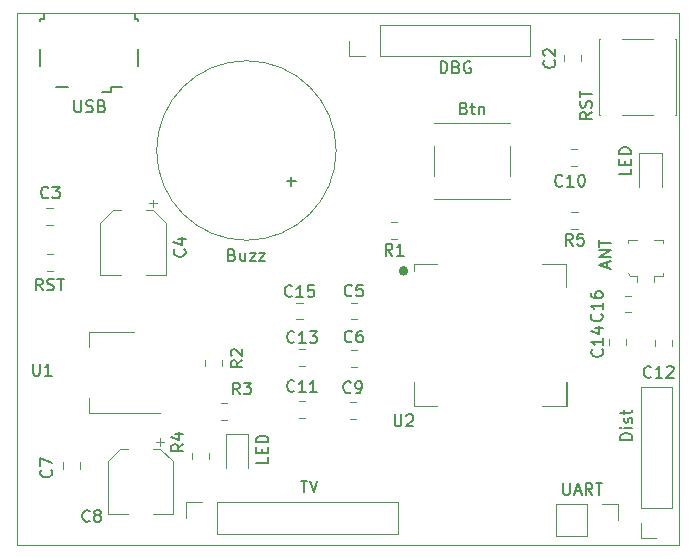
<source format=gbr>
G04 #@! TF.GenerationSoftware,KiCad,Pcbnew,5.1.5-52549c5~84~ubuntu18.04.1*
G04 #@! TF.CreationDate,2020-02-11T14:22:43+01:00*
G04 #@! TF.ProjectId,project,70726f6a-6563-4742-9e6b-696361645f70,rev?*
G04 #@! TF.SameCoordinates,Original*
G04 #@! TF.FileFunction,Legend,Top*
G04 #@! TF.FilePolarity,Positive*
%FSLAX46Y46*%
G04 Gerber Fmt 4.6, Leading zero omitted, Abs format (unit mm)*
G04 Created by KiCad (PCBNEW 5.1.5-52549c5~84~ubuntu18.04.1) date 2020-02-11 14:22:43*
%MOMM*%
%LPD*%
G04 APERTURE LIST*
%ADD10C,0.120000*%
%ADD11C,0.400000*%
%ADD12C,0.150000*%
G04 APERTURE END LIST*
D10*
X44000000Y-35000000D02*
X44000000Y-80000000D01*
X100000000Y-35000000D02*
X44000000Y-35000000D01*
X100000000Y-80000000D02*
X100000000Y-35000000D01*
X44000000Y-80000000D02*
X100000000Y-80000000D01*
D11*
X76900000Y-56800000D02*
G75*
G03X76900000Y-56800000I-200000J0D01*
G01*
D10*
X90550000Y-66200000D02*
X90550000Y-68200000D01*
X90450000Y-66200000D02*
X90450000Y-68200000D01*
X77550000Y-56200000D02*
X79550000Y-56200000D01*
X88450000Y-68200000D02*
X90450000Y-68200000D01*
X77550000Y-68200000D02*
X79550000Y-68200000D01*
X77550000Y-56200000D02*
X77550000Y-56800000D01*
X88450000Y-56200000D02*
X90450000Y-56200000D01*
X90450000Y-56200000D02*
X90450000Y-58200000D01*
X77550000Y-66200000D02*
X77550000Y-68200000D01*
X91436252Y-51790000D02*
X90913748Y-51790000D01*
X91436252Y-53210000D02*
X90913748Y-53210000D01*
X60210000Y-72761252D02*
X60210000Y-72238748D01*
X58790000Y-72761252D02*
X58790000Y-72238748D01*
X61640000Y-70640000D02*
X61640000Y-73500000D01*
X63560000Y-70640000D02*
X61640000Y-70640000D01*
X63560000Y-73500000D02*
X63560000Y-70640000D01*
X98100000Y-79430000D02*
X96770000Y-79430000D01*
X96770000Y-79430000D02*
X96770000Y-78100000D01*
X96770000Y-76830000D02*
X96770000Y-66610000D01*
X99430000Y-66610000D02*
X96770000Y-66610000D01*
X99430000Y-76830000D02*
X99430000Y-66610000D01*
X99430000Y-76830000D02*
X96770000Y-76830000D01*
X58310000Y-77700000D02*
X58310000Y-76370000D01*
X58310000Y-76370000D02*
X59640000Y-76370000D01*
X60910000Y-76370000D02*
X76210000Y-76370000D01*
X76210000Y-79030000D02*
X76210000Y-76370000D01*
X60910000Y-79030000D02*
X76210000Y-79030000D01*
X60910000Y-79030000D02*
X60910000Y-76370000D01*
X94830000Y-76570000D02*
X94830000Y-77900000D01*
X93500000Y-76570000D02*
X94830000Y-76570000D01*
X92230000Y-76570000D02*
X92230000Y-79230000D01*
X92230000Y-79230000D02*
X89630000Y-79230000D01*
X92230000Y-76570000D02*
X89630000Y-76570000D01*
X89630000Y-76570000D02*
X89630000Y-79230000D01*
X72070000Y-38630000D02*
X72070000Y-37300000D01*
X73400000Y-38630000D02*
X72070000Y-38630000D01*
X74670000Y-38630000D02*
X74670000Y-35970000D01*
X74670000Y-35970000D02*
X87430000Y-35970000D01*
X74670000Y-38630000D02*
X87430000Y-38630000D01*
X87430000Y-38630000D02*
X87430000Y-35970000D01*
X95986252Y-58890000D02*
X95463748Y-58890000D01*
X95986252Y-60310000D02*
X95463748Y-60310000D01*
X95510000Y-63061252D02*
X95510000Y-62538748D01*
X94090000Y-63061252D02*
X94090000Y-62538748D01*
X67838748Y-64810000D02*
X68361252Y-64810000D01*
X67838748Y-63390000D02*
X68361252Y-63390000D01*
X91361252Y-46490000D02*
X90838748Y-46490000D01*
X91361252Y-47910000D02*
X90838748Y-47910000D01*
X47890000Y-73013748D02*
X47890000Y-73536252D01*
X49310000Y-73013748D02*
X49310000Y-73536252D01*
X56100000Y-68810000D02*
X50090000Y-68810000D01*
X53850000Y-61990000D02*
X50090000Y-61990000D01*
X50090000Y-68810000D02*
X50090000Y-67550000D01*
X50090000Y-61990000D02*
X50090000Y-63250000D01*
X85730000Y-44270000D02*
X79270000Y-44270000D01*
X85730000Y-48800000D02*
X85730000Y-46200000D01*
X85730000Y-50730000D02*
X79270000Y-50730000D01*
X79270000Y-48800000D02*
X79270000Y-46200000D01*
X85730000Y-50700000D02*
X85730000Y-50730000D01*
X85730000Y-44270000D02*
X85730000Y-44300000D01*
X79270000Y-44270000D02*
X79270000Y-44300000D01*
X79270000Y-50730000D02*
X79270000Y-50700000D01*
X93270000Y-37170000D02*
X93270000Y-43630000D01*
X97800000Y-37170000D02*
X95200000Y-37170000D01*
X99730000Y-37170000D02*
X99730000Y-43630000D01*
X97800000Y-43630000D02*
X95200000Y-43630000D01*
X99700000Y-37170000D02*
X99730000Y-37170000D01*
X93270000Y-37170000D02*
X93300000Y-37170000D01*
X93270000Y-43630000D02*
X93300000Y-43630000D01*
X99730000Y-43630000D02*
X99700000Y-43630000D01*
X61238748Y-69410000D02*
X61761252Y-69410000D01*
X61238748Y-67990000D02*
X61761252Y-67990000D01*
X59890000Y-64313748D02*
X59890000Y-64836252D01*
X61310000Y-64313748D02*
X61310000Y-64836252D01*
X76186252Y-52690000D02*
X75663748Y-52690000D01*
X76186252Y-54110000D02*
X75663748Y-54110000D01*
X71000000Y-46600000D02*
G75*
G03X71000000Y-46600000I-7600000J0D01*
G01*
X95700000Y-54200000D02*
X96500000Y-54200000D01*
X95700000Y-54400000D02*
X95700000Y-54200000D01*
X98700000Y-54200000D02*
X98700000Y-54400000D01*
X97900000Y-54200000D02*
X98700000Y-54200000D01*
X98700000Y-57200000D02*
X97900000Y-57200000D01*
X98700000Y-57000000D02*
X98700000Y-57200000D01*
X95900000Y-57200000D02*
X95700000Y-57000000D01*
X96500000Y-57200000D02*
X95900000Y-57200000D01*
X96500000Y-57200000D02*
X96500000Y-57700000D01*
X97900000Y-57200000D02*
X97900000Y-57700000D01*
D12*
X48300000Y-41200000D02*
X47300000Y-41200000D01*
X51900000Y-41200000D02*
X52900000Y-41200000D01*
X51900000Y-41625000D02*
X51900000Y-41200000D01*
X51175000Y-41625000D02*
X51900000Y-41625000D01*
X45950000Y-38050000D02*
X45950000Y-39450000D01*
X45950000Y-35500000D02*
X45950000Y-35650000D01*
X46250000Y-35500000D02*
X45950000Y-35500000D01*
X46250000Y-35050000D02*
X46250000Y-35500000D01*
X53950000Y-35500000D02*
X53950000Y-35050000D01*
X54250000Y-35500000D02*
X53950000Y-35500000D01*
X54250000Y-35650000D02*
X54250000Y-35500000D01*
X54250000Y-39450000D02*
X54250000Y-38050000D01*
D10*
X96640000Y-46815000D02*
X96640000Y-49675000D01*
X98560000Y-46815000D02*
X96640000Y-46815000D01*
X98560000Y-49675000D02*
X98560000Y-46815000D01*
X67638748Y-60910000D02*
X68161252Y-60910000D01*
X67638748Y-59490000D02*
X68161252Y-59490000D01*
X97990000Y-62613748D02*
X97990000Y-63136252D01*
X99410000Y-62613748D02*
X99410000Y-63136252D01*
X67863748Y-69210000D02*
X68386252Y-69210000D01*
X67863748Y-67790000D02*
X68386252Y-67790000D01*
X72661252Y-67890000D02*
X72138748Y-67890000D01*
X72661252Y-69310000D02*
X72138748Y-69310000D01*
X56397500Y-71287500D02*
X55772500Y-71287500D01*
X56085000Y-70975000D02*
X56085000Y-71600000D01*
X52704437Y-71840000D02*
X51640000Y-72904437D01*
X56095563Y-71840000D02*
X57160000Y-72904437D01*
X56095563Y-71840000D02*
X55460000Y-71840000D01*
X52704437Y-71840000D02*
X53340000Y-71840000D01*
X51640000Y-72904437D02*
X51640000Y-77360000D01*
X57160000Y-72904437D02*
X57160000Y-77360000D01*
X57160000Y-77360000D02*
X55460000Y-77360000D01*
X51640000Y-77360000D02*
X53340000Y-77360000D01*
X72736252Y-63490000D02*
X72213748Y-63490000D01*
X72736252Y-64910000D02*
X72213748Y-64910000D01*
X72761252Y-59490000D02*
X72238748Y-59490000D01*
X72761252Y-60910000D02*
X72238748Y-60910000D01*
X55797500Y-51087500D02*
X55172500Y-51087500D01*
X55485000Y-50775000D02*
X55485000Y-51400000D01*
X52104437Y-51640000D02*
X51040000Y-52704437D01*
X55495563Y-51640000D02*
X56560000Y-52704437D01*
X55495563Y-51640000D02*
X54860000Y-51640000D01*
X52104437Y-51640000D02*
X52740000Y-51640000D01*
X51040000Y-52704437D02*
X51040000Y-57160000D01*
X56560000Y-52704437D02*
X56560000Y-57160000D01*
X56560000Y-57160000D02*
X54860000Y-57160000D01*
X51040000Y-57160000D02*
X52740000Y-57160000D01*
X46986252Y-51490000D02*
X46463748Y-51490000D01*
X46986252Y-52910000D02*
X46463748Y-52910000D01*
X91710000Y-39036252D02*
X91710000Y-38513748D01*
X90290000Y-39036252D02*
X90290000Y-38513748D01*
X47061252Y-55390000D02*
X46538748Y-55390000D01*
X47061252Y-56810000D02*
X46538748Y-56810000D01*
D12*
X75938095Y-68952380D02*
X75938095Y-69761904D01*
X75985714Y-69857142D01*
X76033333Y-69904761D01*
X76128571Y-69952380D01*
X76319047Y-69952380D01*
X76414285Y-69904761D01*
X76461904Y-69857142D01*
X76509523Y-69761904D01*
X76509523Y-68952380D01*
X76938095Y-69047619D02*
X76985714Y-69000000D01*
X77080952Y-68952380D01*
X77319047Y-68952380D01*
X77414285Y-69000000D01*
X77461904Y-69047619D01*
X77509523Y-69142857D01*
X77509523Y-69238095D01*
X77461904Y-69380952D01*
X76890476Y-69952380D01*
X77509523Y-69952380D01*
X91008333Y-54652380D02*
X90675000Y-54176190D01*
X90436904Y-54652380D02*
X90436904Y-53652380D01*
X90817857Y-53652380D01*
X90913095Y-53700000D01*
X90960714Y-53747619D01*
X91008333Y-53842857D01*
X91008333Y-53985714D01*
X90960714Y-54080952D01*
X90913095Y-54128571D01*
X90817857Y-54176190D01*
X90436904Y-54176190D01*
X91913095Y-53652380D02*
X91436904Y-53652380D01*
X91389285Y-54128571D01*
X91436904Y-54080952D01*
X91532142Y-54033333D01*
X91770238Y-54033333D01*
X91865476Y-54080952D01*
X91913095Y-54128571D01*
X91960714Y-54223809D01*
X91960714Y-54461904D01*
X91913095Y-54557142D01*
X91865476Y-54604761D01*
X91770238Y-54652380D01*
X91532142Y-54652380D01*
X91436904Y-54604761D01*
X91389285Y-54557142D01*
X58052380Y-71466666D02*
X57576190Y-71800000D01*
X58052380Y-72038095D02*
X57052380Y-72038095D01*
X57052380Y-71657142D01*
X57100000Y-71561904D01*
X57147619Y-71514285D01*
X57242857Y-71466666D01*
X57385714Y-71466666D01*
X57480952Y-71514285D01*
X57528571Y-71561904D01*
X57576190Y-71657142D01*
X57576190Y-72038095D01*
X57385714Y-70609523D02*
X58052380Y-70609523D01*
X57004761Y-70847619D02*
X57719047Y-71085714D01*
X57719047Y-70466666D01*
X65252380Y-72542857D02*
X65252380Y-73019047D01*
X64252380Y-73019047D01*
X64728571Y-72209523D02*
X64728571Y-71876190D01*
X65252380Y-71733333D02*
X65252380Y-72209523D01*
X64252380Y-72209523D01*
X64252380Y-71733333D01*
X65252380Y-71304761D02*
X64252380Y-71304761D01*
X64252380Y-71066666D01*
X64300000Y-70923809D01*
X64395238Y-70828571D01*
X64490476Y-70780952D01*
X64680952Y-70733333D01*
X64823809Y-70733333D01*
X65014285Y-70780952D01*
X65109523Y-70828571D01*
X65204761Y-70923809D01*
X65252380Y-71066666D01*
X65252380Y-71304761D01*
X96052380Y-71090476D02*
X95052380Y-71090476D01*
X95052380Y-70852380D01*
X95100000Y-70709523D01*
X95195238Y-70614285D01*
X95290476Y-70566666D01*
X95480952Y-70519047D01*
X95623809Y-70519047D01*
X95814285Y-70566666D01*
X95909523Y-70614285D01*
X96004761Y-70709523D01*
X96052380Y-70852380D01*
X96052380Y-71090476D01*
X96052380Y-70090476D02*
X95385714Y-70090476D01*
X95052380Y-70090476D02*
X95100000Y-70138095D01*
X95147619Y-70090476D01*
X95100000Y-70042857D01*
X95052380Y-70090476D01*
X95147619Y-70090476D01*
X96004761Y-69661904D02*
X96052380Y-69566666D01*
X96052380Y-69376190D01*
X96004761Y-69280952D01*
X95909523Y-69233333D01*
X95861904Y-69233333D01*
X95766666Y-69280952D01*
X95719047Y-69376190D01*
X95719047Y-69519047D01*
X95671428Y-69614285D01*
X95576190Y-69661904D01*
X95528571Y-69661904D01*
X95433333Y-69614285D01*
X95385714Y-69519047D01*
X95385714Y-69376190D01*
X95433333Y-69280952D01*
X95385714Y-68947619D02*
X95385714Y-68566666D01*
X95052380Y-68804761D02*
X95909523Y-68804761D01*
X96004761Y-68757142D01*
X96052380Y-68661904D01*
X96052380Y-68566666D01*
X67985714Y-74552380D02*
X68557142Y-74552380D01*
X68271428Y-75552380D02*
X68271428Y-74552380D01*
X68747619Y-74552380D02*
X69080952Y-75552380D01*
X69414285Y-74552380D01*
X90204761Y-74752380D02*
X90204761Y-75561904D01*
X90252380Y-75657142D01*
X90300000Y-75704761D01*
X90395238Y-75752380D01*
X90585714Y-75752380D01*
X90680952Y-75704761D01*
X90728571Y-75657142D01*
X90776190Y-75561904D01*
X90776190Y-74752380D01*
X91204761Y-75466666D02*
X91680952Y-75466666D01*
X91109523Y-75752380D02*
X91442857Y-74752380D01*
X91776190Y-75752380D01*
X92680952Y-75752380D02*
X92347619Y-75276190D01*
X92109523Y-75752380D02*
X92109523Y-74752380D01*
X92490476Y-74752380D01*
X92585714Y-74800000D01*
X92633333Y-74847619D01*
X92680952Y-74942857D01*
X92680952Y-75085714D01*
X92633333Y-75180952D01*
X92585714Y-75228571D01*
X92490476Y-75276190D01*
X92109523Y-75276190D01*
X92966666Y-74752380D02*
X93538095Y-74752380D01*
X93252380Y-75752380D02*
X93252380Y-74752380D01*
X79838095Y-40052380D02*
X79838095Y-39052380D01*
X80076190Y-39052380D01*
X80219047Y-39100000D01*
X80314285Y-39195238D01*
X80361904Y-39290476D01*
X80409523Y-39480952D01*
X80409523Y-39623809D01*
X80361904Y-39814285D01*
X80314285Y-39909523D01*
X80219047Y-40004761D01*
X80076190Y-40052380D01*
X79838095Y-40052380D01*
X81171428Y-39528571D02*
X81314285Y-39576190D01*
X81361904Y-39623809D01*
X81409523Y-39719047D01*
X81409523Y-39861904D01*
X81361904Y-39957142D01*
X81314285Y-40004761D01*
X81219047Y-40052380D01*
X80838095Y-40052380D01*
X80838095Y-39052380D01*
X81171428Y-39052380D01*
X81266666Y-39100000D01*
X81314285Y-39147619D01*
X81361904Y-39242857D01*
X81361904Y-39338095D01*
X81314285Y-39433333D01*
X81266666Y-39480952D01*
X81171428Y-39528571D01*
X80838095Y-39528571D01*
X82361904Y-39100000D02*
X82266666Y-39052380D01*
X82123809Y-39052380D01*
X81980952Y-39100000D01*
X81885714Y-39195238D01*
X81838095Y-39290476D01*
X81790476Y-39480952D01*
X81790476Y-39623809D01*
X81838095Y-39814285D01*
X81885714Y-39909523D01*
X81980952Y-40004761D01*
X82123809Y-40052380D01*
X82219047Y-40052380D01*
X82361904Y-40004761D01*
X82409523Y-39957142D01*
X82409523Y-39623809D01*
X82219047Y-39623809D01*
X93457142Y-60442857D02*
X93504761Y-60490476D01*
X93552380Y-60633333D01*
X93552380Y-60728571D01*
X93504761Y-60871428D01*
X93409523Y-60966666D01*
X93314285Y-61014285D01*
X93123809Y-61061904D01*
X92980952Y-61061904D01*
X92790476Y-61014285D01*
X92695238Y-60966666D01*
X92600000Y-60871428D01*
X92552380Y-60728571D01*
X92552380Y-60633333D01*
X92600000Y-60490476D01*
X92647619Y-60442857D01*
X93552380Y-59490476D02*
X93552380Y-60061904D01*
X93552380Y-59776190D02*
X92552380Y-59776190D01*
X92695238Y-59871428D01*
X92790476Y-59966666D01*
X92838095Y-60061904D01*
X92552380Y-58633333D02*
X92552380Y-58823809D01*
X92600000Y-58919047D01*
X92647619Y-58966666D01*
X92790476Y-59061904D01*
X92980952Y-59109523D01*
X93361904Y-59109523D01*
X93457142Y-59061904D01*
X93504761Y-59014285D01*
X93552380Y-58919047D01*
X93552380Y-58728571D01*
X93504761Y-58633333D01*
X93457142Y-58585714D01*
X93361904Y-58538095D01*
X93123809Y-58538095D01*
X93028571Y-58585714D01*
X92980952Y-58633333D01*
X92933333Y-58728571D01*
X92933333Y-58919047D01*
X92980952Y-59014285D01*
X93028571Y-59061904D01*
X93123809Y-59109523D01*
X93507142Y-63442857D02*
X93554761Y-63490476D01*
X93602380Y-63633333D01*
X93602380Y-63728571D01*
X93554761Y-63871428D01*
X93459523Y-63966666D01*
X93364285Y-64014285D01*
X93173809Y-64061904D01*
X93030952Y-64061904D01*
X92840476Y-64014285D01*
X92745238Y-63966666D01*
X92650000Y-63871428D01*
X92602380Y-63728571D01*
X92602380Y-63633333D01*
X92650000Y-63490476D01*
X92697619Y-63442857D01*
X93602380Y-62490476D02*
X93602380Y-63061904D01*
X93602380Y-62776190D02*
X92602380Y-62776190D01*
X92745238Y-62871428D01*
X92840476Y-62966666D01*
X92888095Y-63061904D01*
X92935714Y-61633333D02*
X93602380Y-61633333D01*
X92554761Y-61871428D02*
X93269047Y-62109523D01*
X93269047Y-61490476D01*
X67457142Y-62807142D02*
X67409523Y-62854761D01*
X67266666Y-62902380D01*
X67171428Y-62902380D01*
X67028571Y-62854761D01*
X66933333Y-62759523D01*
X66885714Y-62664285D01*
X66838095Y-62473809D01*
X66838095Y-62330952D01*
X66885714Y-62140476D01*
X66933333Y-62045238D01*
X67028571Y-61950000D01*
X67171428Y-61902380D01*
X67266666Y-61902380D01*
X67409523Y-61950000D01*
X67457142Y-61997619D01*
X68409523Y-62902380D02*
X67838095Y-62902380D01*
X68123809Y-62902380D02*
X68123809Y-61902380D01*
X68028571Y-62045238D01*
X67933333Y-62140476D01*
X67838095Y-62188095D01*
X68742857Y-61902380D02*
X69361904Y-61902380D01*
X69028571Y-62283333D01*
X69171428Y-62283333D01*
X69266666Y-62330952D01*
X69314285Y-62378571D01*
X69361904Y-62473809D01*
X69361904Y-62711904D01*
X69314285Y-62807142D01*
X69266666Y-62854761D01*
X69171428Y-62902380D01*
X68885714Y-62902380D01*
X68790476Y-62854761D01*
X68742857Y-62807142D01*
X90157142Y-49557142D02*
X90109523Y-49604761D01*
X89966666Y-49652380D01*
X89871428Y-49652380D01*
X89728571Y-49604761D01*
X89633333Y-49509523D01*
X89585714Y-49414285D01*
X89538095Y-49223809D01*
X89538095Y-49080952D01*
X89585714Y-48890476D01*
X89633333Y-48795238D01*
X89728571Y-48700000D01*
X89871428Y-48652380D01*
X89966666Y-48652380D01*
X90109523Y-48700000D01*
X90157142Y-48747619D01*
X91109523Y-49652380D02*
X90538095Y-49652380D01*
X90823809Y-49652380D02*
X90823809Y-48652380D01*
X90728571Y-48795238D01*
X90633333Y-48890476D01*
X90538095Y-48938095D01*
X91728571Y-48652380D02*
X91823809Y-48652380D01*
X91919047Y-48700000D01*
X91966666Y-48747619D01*
X92014285Y-48842857D01*
X92061904Y-49033333D01*
X92061904Y-49271428D01*
X92014285Y-49461904D01*
X91966666Y-49557142D01*
X91919047Y-49604761D01*
X91823809Y-49652380D01*
X91728571Y-49652380D01*
X91633333Y-49604761D01*
X91585714Y-49557142D01*
X91538095Y-49461904D01*
X91490476Y-49271428D01*
X91490476Y-49033333D01*
X91538095Y-48842857D01*
X91585714Y-48747619D01*
X91633333Y-48700000D01*
X91728571Y-48652380D01*
X46857142Y-73666666D02*
X46904761Y-73714285D01*
X46952380Y-73857142D01*
X46952380Y-73952380D01*
X46904761Y-74095238D01*
X46809523Y-74190476D01*
X46714285Y-74238095D01*
X46523809Y-74285714D01*
X46380952Y-74285714D01*
X46190476Y-74238095D01*
X46095238Y-74190476D01*
X46000000Y-74095238D01*
X45952380Y-73952380D01*
X45952380Y-73857142D01*
X46000000Y-73714285D01*
X46047619Y-73666666D01*
X45952380Y-73333333D02*
X45952380Y-72666666D01*
X46952380Y-73095238D01*
X45338095Y-64652380D02*
X45338095Y-65461904D01*
X45385714Y-65557142D01*
X45433333Y-65604761D01*
X45528571Y-65652380D01*
X45719047Y-65652380D01*
X45814285Y-65604761D01*
X45861904Y-65557142D01*
X45909523Y-65461904D01*
X45909523Y-64652380D01*
X46909523Y-65652380D02*
X46338095Y-65652380D01*
X46623809Y-65652380D02*
X46623809Y-64652380D01*
X46528571Y-64795238D01*
X46433333Y-64890476D01*
X46338095Y-64938095D01*
X81833333Y-43028571D02*
X81976190Y-43076190D01*
X82023809Y-43123809D01*
X82071428Y-43219047D01*
X82071428Y-43361904D01*
X82023809Y-43457142D01*
X81976190Y-43504761D01*
X81880952Y-43552380D01*
X81500000Y-43552380D01*
X81500000Y-42552380D01*
X81833333Y-42552380D01*
X81928571Y-42600000D01*
X81976190Y-42647619D01*
X82023809Y-42742857D01*
X82023809Y-42838095D01*
X81976190Y-42933333D01*
X81928571Y-42980952D01*
X81833333Y-43028571D01*
X81500000Y-43028571D01*
X82357142Y-42885714D02*
X82738095Y-42885714D01*
X82500000Y-42552380D02*
X82500000Y-43409523D01*
X82547619Y-43504761D01*
X82642857Y-43552380D01*
X82738095Y-43552380D01*
X83071428Y-42885714D02*
X83071428Y-43552380D01*
X83071428Y-42980952D02*
X83119047Y-42933333D01*
X83214285Y-42885714D01*
X83357142Y-42885714D01*
X83452380Y-42933333D01*
X83500000Y-43028571D01*
X83500000Y-43552380D01*
X92652380Y-43347619D02*
X92176190Y-43680952D01*
X92652380Y-43919047D02*
X91652380Y-43919047D01*
X91652380Y-43538095D01*
X91700000Y-43442857D01*
X91747619Y-43395238D01*
X91842857Y-43347619D01*
X91985714Y-43347619D01*
X92080952Y-43395238D01*
X92128571Y-43442857D01*
X92176190Y-43538095D01*
X92176190Y-43919047D01*
X92604761Y-42966666D02*
X92652380Y-42823809D01*
X92652380Y-42585714D01*
X92604761Y-42490476D01*
X92557142Y-42442857D01*
X92461904Y-42395238D01*
X92366666Y-42395238D01*
X92271428Y-42442857D01*
X92223809Y-42490476D01*
X92176190Y-42585714D01*
X92128571Y-42776190D01*
X92080952Y-42871428D01*
X92033333Y-42919047D01*
X91938095Y-42966666D01*
X91842857Y-42966666D01*
X91747619Y-42919047D01*
X91700000Y-42871428D01*
X91652380Y-42776190D01*
X91652380Y-42538095D01*
X91700000Y-42395238D01*
X91652380Y-42109523D02*
X91652380Y-41538095D01*
X92652380Y-41823809D02*
X91652380Y-41823809D01*
X62833333Y-67252380D02*
X62500000Y-66776190D01*
X62261904Y-67252380D02*
X62261904Y-66252380D01*
X62642857Y-66252380D01*
X62738095Y-66300000D01*
X62785714Y-66347619D01*
X62833333Y-66442857D01*
X62833333Y-66585714D01*
X62785714Y-66680952D01*
X62738095Y-66728571D01*
X62642857Y-66776190D01*
X62261904Y-66776190D01*
X63166666Y-66252380D02*
X63785714Y-66252380D01*
X63452380Y-66633333D01*
X63595238Y-66633333D01*
X63690476Y-66680952D01*
X63738095Y-66728571D01*
X63785714Y-66823809D01*
X63785714Y-67061904D01*
X63738095Y-67157142D01*
X63690476Y-67204761D01*
X63595238Y-67252380D01*
X63309523Y-67252380D01*
X63214285Y-67204761D01*
X63166666Y-67157142D01*
X63052380Y-64366666D02*
X62576190Y-64700000D01*
X63052380Y-64938095D02*
X62052380Y-64938095D01*
X62052380Y-64557142D01*
X62100000Y-64461904D01*
X62147619Y-64414285D01*
X62242857Y-64366666D01*
X62385714Y-64366666D01*
X62480952Y-64414285D01*
X62528571Y-64461904D01*
X62576190Y-64557142D01*
X62576190Y-64938095D01*
X62147619Y-63985714D02*
X62100000Y-63938095D01*
X62052380Y-63842857D01*
X62052380Y-63604761D01*
X62100000Y-63509523D01*
X62147619Y-63461904D01*
X62242857Y-63414285D01*
X62338095Y-63414285D01*
X62480952Y-63461904D01*
X63052380Y-64033333D01*
X63052380Y-63414285D01*
X75758333Y-55502380D02*
X75425000Y-55026190D01*
X75186904Y-55502380D02*
X75186904Y-54502380D01*
X75567857Y-54502380D01*
X75663095Y-54550000D01*
X75710714Y-54597619D01*
X75758333Y-54692857D01*
X75758333Y-54835714D01*
X75710714Y-54930952D01*
X75663095Y-54978571D01*
X75567857Y-55026190D01*
X75186904Y-55026190D01*
X76710714Y-55502380D02*
X76139285Y-55502380D01*
X76425000Y-55502380D02*
X76425000Y-54502380D01*
X76329761Y-54645238D01*
X76234523Y-54740476D01*
X76139285Y-54788095D01*
X62199523Y-55418571D02*
X62342380Y-55466190D01*
X62390000Y-55513809D01*
X62437619Y-55609047D01*
X62437619Y-55751904D01*
X62390000Y-55847142D01*
X62342380Y-55894761D01*
X62247142Y-55942380D01*
X61866190Y-55942380D01*
X61866190Y-54942380D01*
X62199523Y-54942380D01*
X62294761Y-54990000D01*
X62342380Y-55037619D01*
X62390000Y-55132857D01*
X62390000Y-55228095D01*
X62342380Y-55323333D01*
X62294761Y-55370952D01*
X62199523Y-55418571D01*
X61866190Y-55418571D01*
X63294761Y-55275714D02*
X63294761Y-55942380D01*
X62866190Y-55275714D02*
X62866190Y-55799523D01*
X62913809Y-55894761D01*
X63009047Y-55942380D01*
X63151904Y-55942380D01*
X63247142Y-55894761D01*
X63294761Y-55847142D01*
X63675714Y-55275714D02*
X64199523Y-55275714D01*
X63675714Y-55942380D01*
X64199523Y-55942380D01*
X64485238Y-55275714D02*
X65009047Y-55275714D01*
X64485238Y-55942380D01*
X65009047Y-55942380D01*
X66829047Y-49211428D02*
X67590952Y-49211428D01*
X67210000Y-49592380D02*
X67210000Y-48830476D01*
X93966666Y-56542857D02*
X93966666Y-56066666D01*
X94252380Y-56638095D02*
X93252380Y-56304761D01*
X94252380Y-55971428D01*
X94252380Y-55638095D02*
X93252380Y-55638095D01*
X94252380Y-55066666D01*
X93252380Y-55066666D01*
X93252380Y-54733333D02*
X93252380Y-54161904D01*
X94252380Y-54447619D02*
X93252380Y-54447619D01*
X48838095Y-42352380D02*
X48838095Y-43161904D01*
X48885714Y-43257142D01*
X48933333Y-43304761D01*
X49028571Y-43352380D01*
X49219047Y-43352380D01*
X49314285Y-43304761D01*
X49361904Y-43257142D01*
X49409523Y-43161904D01*
X49409523Y-42352380D01*
X49838095Y-43304761D02*
X49980952Y-43352380D01*
X50219047Y-43352380D01*
X50314285Y-43304761D01*
X50361904Y-43257142D01*
X50409523Y-43161904D01*
X50409523Y-43066666D01*
X50361904Y-42971428D01*
X50314285Y-42923809D01*
X50219047Y-42876190D01*
X50028571Y-42828571D01*
X49933333Y-42780952D01*
X49885714Y-42733333D01*
X49838095Y-42638095D01*
X49838095Y-42542857D01*
X49885714Y-42447619D01*
X49933333Y-42400000D01*
X50028571Y-42352380D01*
X50266666Y-42352380D01*
X50409523Y-42400000D01*
X51171428Y-42828571D02*
X51314285Y-42876190D01*
X51361904Y-42923809D01*
X51409523Y-43019047D01*
X51409523Y-43161904D01*
X51361904Y-43257142D01*
X51314285Y-43304761D01*
X51219047Y-43352380D01*
X50838095Y-43352380D01*
X50838095Y-42352380D01*
X51171428Y-42352380D01*
X51266666Y-42400000D01*
X51314285Y-42447619D01*
X51361904Y-42542857D01*
X51361904Y-42638095D01*
X51314285Y-42733333D01*
X51266666Y-42780952D01*
X51171428Y-42828571D01*
X50838095Y-42828571D01*
X95952380Y-48142857D02*
X95952380Y-48619047D01*
X94952380Y-48619047D01*
X95428571Y-47809523D02*
X95428571Y-47476190D01*
X95952380Y-47333333D02*
X95952380Y-47809523D01*
X94952380Y-47809523D01*
X94952380Y-47333333D01*
X95952380Y-46904761D02*
X94952380Y-46904761D01*
X94952380Y-46666666D01*
X95000000Y-46523809D01*
X95095238Y-46428571D01*
X95190476Y-46380952D01*
X95380952Y-46333333D01*
X95523809Y-46333333D01*
X95714285Y-46380952D01*
X95809523Y-46428571D01*
X95904761Y-46523809D01*
X95952380Y-46666666D01*
X95952380Y-46904761D01*
X67257142Y-58907142D02*
X67209523Y-58954761D01*
X67066666Y-59002380D01*
X66971428Y-59002380D01*
X66828571Y-58954761D01*
X66733333Y-58859523D01*
X66685714Y-58764285D01*
X66638095Y-58573809D01*
X66638095Y-58430952D01*
X66685714Y-58240476D01*
X66733333Y-58145238D01*
X66828571Y-58050000D01*
X66971428Y-58002380D01*
X67066666Y-58002380D01*
X67209523Y-58050000D01*
X67257142Y-58097619D01*
X68209523Y-59002380D02*
X67638095Y-59002380D01*
X67923809Y-59002380D02*
X67923809Y-58002380D01*
X67828571Y-58145238D01*
X67733333Y-58240476D01*
X67638095Y-58288095D01*
X69114285Y-58002380D02*
X68638095Y-58002380D01*
X68590476Y-58478571D01*
X68638095Y-58430952D01*
X68733333Y-58383333D01*
X68971428Y-58383333D01*
X69066666Y-58430952D01*
X69114285Y-58478571D01*
X69161904Y-58573809D01*
X69161904Y-58811904D01*
X69114285Y-58907142D01*
X69066666Y-58954761D01*
X68971428Y-59002380D01*
X68733333Y-59002380D01*
X68638095Y-58954761D01*
X68590476Y-58907142D01*
X97657142Y-65757142D02*
X97609523Y-65804761D01*
X97466666Y-65852380D01*
X97371428Y-65852380D01*
X97228571Y-65804761D01*
X97133333Y-65709523D01*
X97085714Y-65614285D01*
X97038095Y-65423809D01*
X97038095Y-65280952D01*
X97085714Y-65090476D01*
X97133333Y-64995238D01*
X97228571Y-64900000D01*
X97371428Y-64852380D01*
X97466666Y-64852380D01*
X97609523Y-64900000D01*
X97657142Y-64947619D01*
X98609523Y-65852380D02*
X98038095Y-65852380D01*
X98323809Y-65852380D02*
X98323809Y-64852380D01*
X98228571Y-64995238D01*
X98133333Y-65090476D01*
X98038095Y-65138095D01*
X98990476Y-64947619D02*
X99038095Y-64900000D01*
X99133333Y-64852380D01*
X99371428Y-64852380D01*
X99466666Y-64900000D01*
X99514285Y-64947619D01*
X99561904Y-65042857D01*
X99561904Y-65138095D01*
X99514285Y-65280952D01*
X98942857Y-65852380D01*
X99561904Y-65852380D01*
X67457142Y-66957142D02*
X67409523Y-67004761D01*
X67266666Y-67052380D01*
X67171428Y-67052380D01*
X67028571Y-67004761D01*
X66933333Y-66909523D01*
X66885714Y-66814285D01*
X66838095Y-66623809D01*
X66838095Y-66480952D01*
X66885714Y-66290476D01*
X66933333Y-66195238D01*
X67028571Y-66100000D01*
X67171428Y-66052380D01*
X67266666Y-66052380D01*
X67409523Y-66100000D01*
X67457142Y-66147619D01*
X68409523Y-67052380D02*
X67838095Y-67052380D01*
X68123809Y-67052380D02*
X68123809Y-66052380D01*
X68028571Y-66195238D01*
X67933333Y-66290476D01*
X67838095Y-66338095D01*
X69361904Y-67052380D02*
X68790476Y-67052380D01*
X69076190Y-67052380D02*
X69076190Y-66052380D01*
X68980952Y-66195238D01*
X68885714Y-66290476D01*
X68790476Y-66338095D01*
X72233333Y-67057142D02*
X72185714Y-67104761D01*
X72042857Y-67152380D01*
X71947619Y-67152380D01*
X71804761Y-67104761D01*
X71709523Y-67009523D01*
X71661904Y-66914285D01*
X71614285Y-66723809D01*
X71614285Y-66580952D01*
X71661904Y-66390476D01*
X71709523Y-66295238D01*
X71804761Y-66200000D01*
X71947619Y-66152380D01*
X72042857Y-66152380D01*
X72185714Y-66200000D01*
X72233333Y-66247619D01*
X72709523Y-67152380D02*
X72900000Y-67152380D01*
X72995238Y-67104761D01*
X73042857Y-67057142D01*
X73138095Y-66914285D01*
X73185714Y-66723809D01*
X73185714Y-66342857D01*
X73138095Y-66247619D01*
X73090476Y-66200000D01*
X72995238Y-66152380D01*
X72804761Y-66152380D01*
X72709523Y-66200000D01*
X72661904Y-66247619D01*
X72614285Y-66342857D01*
X72614285Y-66580952D01*
X72661904Y-66676190D01*
X72709523Y-66723809D01*
X72804761Y-66771428D01*
X72995238Y-66771428D01*
X73090476Y-66723809D01*
X73138095Y-66676190D01*
X73185714Y-66580952D01*
X50133333Y-77957142D02*
X50085714Y-78004761D01*
X49942857Y-78052380D01*
X49847619Y-78052380D01*
X49704761Y-78004761D01*
X49609523Y-77909523D01*
X49561904Y-77814285D01*
X49514285Y-77623809D01*
X49514285Y-77480952D01*
X49561904Y-77290476D01*
X49609523Y-77195238D01*
X49704761Y-77100000D01*
X49847619Y-77052380D01*
X49942857Y-77052380D01*
X50085714Y-77100000D01*
X50133333Y-77147619D01*
X50704761Y-77480952D02*
X50609523Y-77433333D01*
X50561904Y-77385714D01*
X50514285Y-77290476D01*
X50514285Y-77242857D01*
X50561904Y-77147619D01*
X50609523Y-77100000D01*
X50704761Y-77052380D01*
X50895238Y-77052380D01*
X50990476Y-77100000D01*
X51038095Y-77147619D01*
X51085714Y-77242857D01*
X51085714Y-77290476D01*
X51038095Y-77385714D01*
X50990476Y-77433333D01*
X50895238Y-77480952D01*
X50704761Y-77480952D01*
X50609523Y-77528571D01*
X50561904Y-77576190D01*
X50514285Y-77671428D01*
X50514285Y-77861904D01*
X50561904Y-77957142D01*
X50609523Y-78004761D01*
X50704761Y-78052380D01*
X50895238Y-78052380D01*
X50990476Y-78004761D01*
X51038095Y-77957142D01*
X51085714Y-77861904D01*
X51085714Y-77671428D01*
X51038095Y-77576190D01*
X50990476Y-77528571D01*
X50895238Y-77480952D01*
X72333333Y-62757142D02*
X72285714Y-62804761D01*
X72142857Y-62852380D01*
X72047619Y-62852380D01*
X71904761Y-62804761D01*
X71809523Y-62709523D01*
X71761904Y-62614285D01*
X71714285Y-62423809D01*
X71714285Y-62280952D01*
X71761904Y-62090476D01*
X71809523Y-61995238D01*
X71904761Y-61900000D01*
X72047619Y-61852380D01*
X72142857Y-61852380D01*
X72285714Y-61900000D01*
X72333333Y-61947619D01*
X73190476Y-61852380D02*
X73000000Y-61852380D01*
X72904761Y-61900000D01*
X72857142Y-61947619D01*
X72761904Y-62090476D01*
X72714285Y-62280952D01*
X72714285Y-62661904D01*
X72761904Y-62757142D01*
X72809523Y-62804761D01*
X72904761Y-62852380D01*
X73095238Y-62852380D01*
X73190476Y-62804761D01*
X73238095Y-62757142D01*
X73285714Y-62661904D01*
X73285714Y-62423809D01*
X73238095Y-62328571D01*
X73190476Y-62280952D01*
X73095238Y-62233333D01*
X72904761Y-62233333D01*
X72809523Y-62280952D01*
X72761904Y-62328571D01*
X72714285Y-62423809D01*
X72333333Y-58857142D02*
X72285714Y-58904761D01*
X72142857Y-58952380D01*
X72047619Y-58952380D01*
X71904761Y-58904761D01*
X71809523Y-58809523D01*
X71761904Y-58714285D01*
X71714285Y-58523809D01*
X71714285Y-58380952D01*
X71761904Y-58190476D01*
X71809523Y-58095238D01*
X71904761Y-58000000D01*
X72047619Y-57952380D01*
X72142857Y-57952380D01*
X72285714Y-58000000D01*
X72333333Y-58047619D01*
X73238095Y-57952380D02*
X72761904Y-57952380D01*
X72714285Y-58428571D01*
X72761904Y-58380952D01*
X72857142Y-58333333D01*
X73095238Y-58333333D01*
X73190476Y-58380952D01*
X73238095Y-58428571D01*
X73285714Y-58523809D01*
X73285714Y-58761904D01*
X73238095Y-58857142D01*
X73190476Y-58904761D01*
X73095238Y-58952380D01*
X72857142Y-58952380D01*
X72761904Y-58904761D01*
X72714285Y-58857142D01*
X58157142Y-54966666D02*
X58204761Y-55014285D01*
X58252380Y-55157142D01*
X58252380Y-55252380D01*
X58204761Y-55395238D01*
X58109523Y-55490476D01*
X58014285Y-55538095D01*
X57823809Y-55585714D01*
X57680952Y-55585714D01*
X57490476Y-55538095D01*
X57395238Y-55490476D01*
X57300000Y-55395238D01*
X57252380Y-55252380D01*
X57252380Y-55157142D01*
X57300000Y-55014285D01*
X57347619Y-54966666D01*
X57585714Y-54109523D02*
X58252380Y-54109523D01*
X57204761Y-54347619D02*
X57919047Y-54585714D01*
X57919047Y-53966666D01*
X46633333Y-50557142D02*
X46585714Y-50604761D01*
X46442857Y-50652380D01*
X46347619Y-50652380D01*
X46204761Y-50604761D01*
X46109523Y-50509523D01*
X46061904Y-50414285D01*
X46014285Y-50223809D01*
X46014285Y-50080952D01*
X46061904Y-49890476D01*
X46109523Y-49795238D01*
X46204761Y-49700000D01*
X46347619Y-49652380D01*
X46442857Y-49652380D01*
X46585714Y-49700000D01*
X46633333Y-49747619D01*
X46966666Y-49652380D02*
X47585714Y-49652380D01*
X47252380Y-50033333D01*
X47395238Y-50033333D01*
X47490476Y-50080952D01*
X47538095Y-50128571D01*
X47585714Y-50223809D01*
X47585714Y-50461904D01*
X47538095Y-50557142D01*
X47490476Y-50604761D01*
X47395238Y-50652380D01*
X47109523Y-50652380D01*
X47014285Y-50604761D01*
X46966666Y-50557142D01*
X89457142Y-38966666D02*
X89504761Y-39014285D01*
X89552380Y-39157142D01*
X89552380Y-39252380D01*
X89504761Y-39395238D01*
X89409523Y-39490476D01*
X89314285Y-39538095D01*
X89123809Y-39585714D01*
X88980952Y-39585714D01*
X88790476Y-39538095D01*
X88695238Y-39490476D01*
X88600000Y-39395238D01*
X88552380Y-39252380D01*
X88552380Y-39157142D01*
X88600000Y-39014285D01*
X88647619Y-38966666D01*
X88647619Y-38585714D02*
X88600000Y-38538095D01*
X88552380Y-38442857D01*
X88552380Y-38204761D01*
X88600000Y-38109523D01*
X88647619Y-38061904D01*
X88742857Y-38014285D01*
X88838095Y-38014285D01*
X88980952Y-38061904D01*
X89552380Y-38633333D01*
X89552380Y-38014285D01*
X46152380Y-58452380D02*
X45819047Y-57976190D01*
X45580952Y-58452380D02*
X45580952Y-57452380D01*
X45961904Y-57452380D01*
X46057142Y-57500000D01*
X46104761Y-57547619D01*
X46152380Y-57642857D01*
X46152380Y-57785714D01*
X46104761Y-57880952D01*
X46057142Y-57928571D01*
X45961904Y-57976190D01*
X45580952Y-57976190D01*
X46533333Y-58404761D02*
X46676190Y-58452380D01*
X46914285Y-58452380D01*
X47009523Y-58404761D01*
X47057142Y-58357142D01*
X47104761Y-58261904D01*
X47104761Y-58166666D01*
X47057142Y-58071428D01*
X47009523Y-58023809D01*
X46914285Y-57976190D01*
X46723809Y-57928571D01*
X46628571Y-57880952D01*
X46580952Y-57833333D01*
X46533333Y-57738095D01*
X46533333Y-57642857D01*
X46580952Y-57547619D01*
X46628571Y-57500000D01*
X46723809Y-57452380D01*
X46961904Y-57452380D01*
X47104761Y-57500000D01*
X47390476Y-57452380D02*
X47961904Y-57452380D01*
X47676190Y-58452380D02*
X47676190Y-57452380D01*
M02*

</source>
